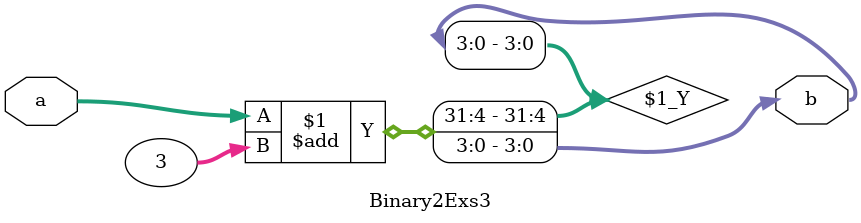
<source format=v>
module Binary2Exs3(a,b);
input [3:0]a;
output [3:0]b;
assign b=a+3;
endmodule


</source>
